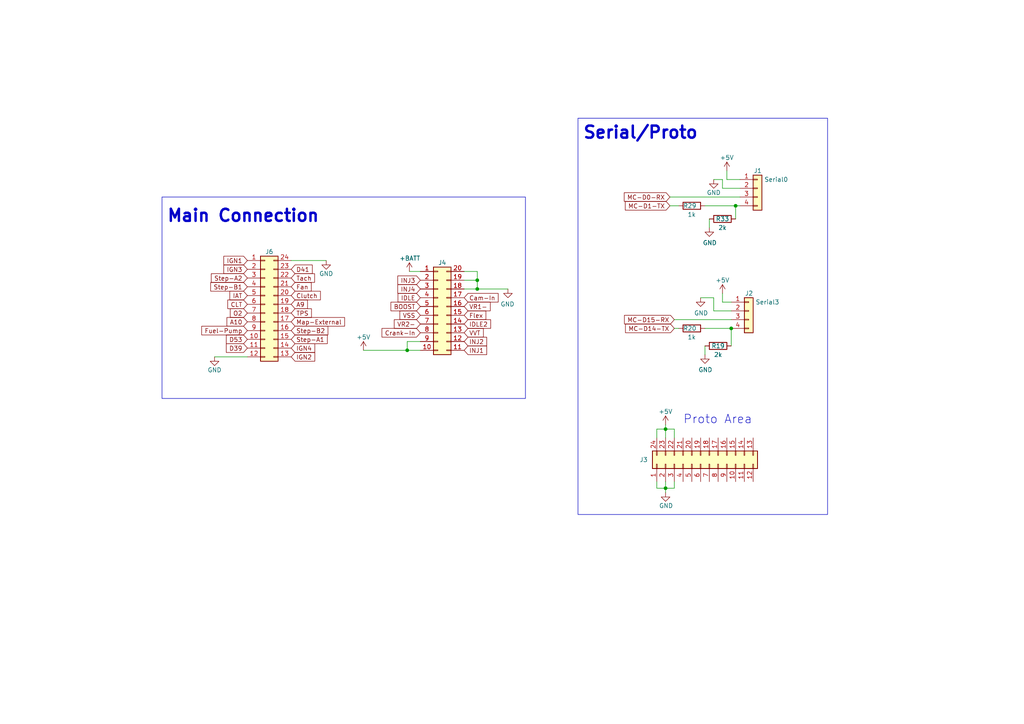
<source format=kicad_sch>
(kicad_sch (version 20231120) (generator "eeschema") (generator_version "8.0")
  (paper "A4")
  (title_block (title "Pre-Ignition X4") (date "2023-10-24") (rev "C") (company "DetonationEMS") (comment 1 "detonationems.com"))
  (lib_symbols
    (symbol "Conn_02x12_Counter_Clockwise_1" (pin_names (offset 1.016) hide)
      (property "Reference" "J" (at 1.27 15.24 0))
      (property "Value" "Conn_02x12_Counter_Clockwise_1" (at 1.27 -17.78 0))
      (symbol "Conn_02x12_Counter_Clockwise_1_1_1"
        (rectangle (start -1.27 -15.113) (end 0 -15.367) (stroke (width 0.1524)))
        (rectangle (start -1.27 -12.573) (end 0 -12.827) (stroke (width 0.1524)))
        (rectangle (start -1.27 -10.033) (end 0 -10.287) (stroke (width 0.1524)))
        (rectangle (start -1.27 -7.493) (end 0 -7.747) (stroke (width 0.1524)))
        (rectangle (start -1.27 -4.953) (end 0 -5.207) (stroke (width 0.1524)))
        (rectangle (start -1.27 -2.413) (end 0 -2.667) (stroke (width 0.1524)))
        (rectangle (start -1.27 0.127) (end 0 -0.127) (stroke (width 0.1524)))
        (rectangle (start -1.27 2.667) (end 0 2.413) (stroke (width 0.1524)))
        (rectangle (start -1.27 5.207) (end 0 4.953) (stroke (width 0.1524)))
        (rectangle (start -1.27 7.747) (end 0 7.493) (stroke (width 0.1524)))
        (rectangle (start -1.27 10.287) (end 0 10.033) (stroke (width 0.1524)))
        (rectangle (start -1.27 12.827) (end 0 12.573) (stroke (width 0.1524)))
        (rectangle (start -1.27 13.97) (end 3.81 -16.51) (stroke (width 0.254)) (fill (type background)))
        (rectangle (start 3.81 -15.113) (end 2.54 -15.367) (stroke (width 0.1524)))
        (rectangle (start 3.81 -12.573) (end 2.54 -12.827) (stroke (width 0.1524)))
        (rectangle (start 3.81 -10.033) (end 2.54 -10.287) (stroke (width 0.1524)))
        (rectangle (start 3.81 -7.493) (end 2.54 -7.747) (stroke (width 0.1524)))
        (rectangle (start 3.81 -4.953) (end 2.54 -5.207) (stroke (width 0.1524)))
        (rectangle (start 3.81 -2.413) (end 2.54 -2.667) (stroke (width 0.1524)))
        (rectangle (start 3.81 0.127) (end 2.54 -0.127) (stroke (width 0.1524)))
        (rectangle (start 3.81 2.667) (end 2.54 2.413) (stroke (width 0.1524)))
        (rectangle (start 3.81 5.207) (end 2.54 4.953) (stroke (width 0.1524)))
        (rectangle (start 3.81 7.747) (end 2.54 7.493) (stroke (width 0.1524)))
        (rectangle (start 3.81 10.287) (end 2.54 10.033) (stroke (width 0.1524)))
        (rectangle (start 3.81 12.827) (end 2.54 12.573) (stroke (width 0.1524)))
        (pin passive line (at -5.08 12.7 0) (length 3.81) (name "Pin_1") (number "1"))
        (pin passive line (at -5.08 -10.16 0) (length 3.81) (name "Pin_10") (number "10"))
        (pin passive line (at -5.08 -12.7 0) (length 3.81) (name "Pin_11") (number "11"))
        (pin passive line (at -5.08 -15.24 0) (length 3.81) (name "Pin_12") (number "12"))
        (pin passive line (at 7.62 -15.24 180) (length 3.81) (name "Pin_13") (number "13"))
        (pin passive line (at 7.62 -12.7 180) (length 3.81) (name "Pin_14") (number "14"))
        (pin passive line (at 7.62 -10.16 180) (length 3.81) (name "Pin_15") (number "15"))
        (pin passive line (at 7.62 -7.62 180) (length 3.81) (name "Pin_16") (number "16"))
        (pin passive line (at 7.62 -5.08 180) (length 3.81) (name "Pin_17") (number "17"))
        (pin passive line (at 7.62 -2.54 180) (length 3.81) (name "Pin_18") (number "18"))
        (pin passive line (at 7.62 0 180) (length 3.81) (name "Pin_19") (number "19"))
        (pin passive line (at -5.08 10.16 0) (length 3.81) (name "Pin_2") (number "2"))
        (pin passive line (at 7.62 2.54 180) (length 3.81) (name "Pin_20") (number "20"))
        (pin passive line (at 7.62 5.08 180) (length 3.81) (name "Pin_21") (number "21"))
        (pin passive line (at 7.62 7.62 180) (length 3.81) (name "Pin_22") (number "22"))
        (pin passive line (at 7.62 10.16 180) (length 3.81) (name "Pin_23") (number "23"))
        (pin passive line (at 7.62 12.7 180) (length 3.81) (name "Pin_24") (number "24"))
        (pin passive line (at -5.08 7.62 0) (length 3.81) (name "Pin_3") (number "3"))
        (pin passive line (at -5.08 5.08 0) (length 3.81) (name "Pin_4") (number "4"))
        (pin passive line (at -5.08 2.54 0) (length 3.81) (name "Pin_5") (number "5"))
        (pin passive line (at -5.08 0 0) (length 3.81) (name "Pin_6") (number "6"))
        (pin passive line (at -5.08 -2.54 0) (length 3.81) (name "Pin_7") (number "7"))
        (pin passive line (at -5.08 -5.08 0) (length 3.81) (name "Pin_8") (number "8"))
        (pin passive line (at -5.08 -7.62 0) (length 3.81) (name "Pin_9") (number "9"))
      )
    )
    (symbol "Connector_Generic:Conn_01x04" (pin_names (offset 1.016) hide)
      (property "Reference" "J" (at 0 5.08 0))
      (property "Value" "Conn_01x04" (at 0 -7.62 0))
      (symbol "Conn_01x04_1_1"
        (rectangle (start -1.27 -4.953) (end 0 -5.207) (stroke (width 0.1524)))
        (rectangle (start -1.27 -2.413) (end 0 -2.667) (stroke (width 0.1524)))
        (rectangle (start -1.27 0.127) (end 0 -0.127) (stroke (width 0.1524)))
        (rectangle (start -1.27 2.667) (end 0 2.413) (stroke (width 0.1524)))
        (rectangle (start -1.27 3.81) (end 1.27 -6.35) (stroke (width 0.254)) (fill (type background)))
        (pin passive line (at -5.08 2.54 0) (length 3.81) (name "Pin_1") (number "1"))
        (pin passive line (at -5.08 0 0) (length 3.81) (name "Pin_2") (number "2"))
        (pin passive line (at -5.08 -2.54 0) (length 3.81) (name "Pin_3") (number "3"))
        (pin passive line (at -5.08 -5.08 0) (length 3.81) (name "Pin_4") (number "4"))
      )
    )
    (symbol "Connector_Generic:Conn_02x10_Counter_Clockwise" (pin_names (offset 1.016) hide)
      (property "Reference" "J" (at 1.27 12.7 0))
      (property "Value" "Conn_02x10_Counter_Clockwise" (at 1.27 -15.24 0))
      (symbol "Conn_02x10_Counter_Clockwise_1_1"
        (rectangle (start -1.27 -12.573) (end 0 -12.827) (stroke (width 0.1524)))
        (rectangle (start -1.27 -10.033) (end 0 -10.287) (stroke (width 0.1524)))
        (rectangle (start -1.27 -7.493) (end 0 -7.747) (stroke (width 0.1524)))
        (rectangle (start -1.27 -4.953) (end 0 -5.207) (stroke (width 0.1524)))
        (rectangle (start -1.27 -2.413) (end 0 -2.667) (stroke (width 0.1524)))
        (rectangle (start -1.27 0.127) (end 0 -0.127) (stroke (width 0.1524)))
        (rectangle (start -1.27 2.667) (end 0 2.413) (stroke (width 0.1524)))
        (rectangle (start -1.27 5.207) (end 0 4.953) (stroke (width 0.1524)))
        (rectangle (start -1.27 7.747) (end 0 7.493) (stroke (width 0.1524)))
        (rectangle (start -1.27 10.287) (end 0 10.033) (stroke (width 0.1524)))
        (rectangle (start -1.27 11.43) (end 3.81 -13.97) (stroke (width 0.254)) (fill (type background)))
        (rectangle (start 3.81 -12.573) (end 2.54 -12.827) (stroke (width 0.1524)))
        (rectangle (start 3.81 -10.033) (end 2.54 -10.287) (stroke (width 0.1524)))
        (rectangle (start 3.81 -7.493) (end 2.54 -7.747) (stroke (width 0.1524)))
        (rectangle (start 3.81 -4.953) (end 2.54 -5.207) (stroke (width 0.1524)))
        (rectangle (start 3.81 -2.413) (end 2.54 -2.667) (stroke (width 0.1524)))
        (rectangle (start 3.81 0.127) (end 2.54 -0.127) (stroke (width 0.1524)))
        (rectangle (start 3.81 2.667) (end 2.54 2.413) (stroke (width 0.1524)))
        (rectangle (start 3.81 5.207) (end 2.54 4.953) (stroke (width 0.1524)))
        (rectangle (start 3.81 7.747) (end 2.54 7.493) (stroke (width 0.1524)))
        (rectangle (start 3.81 10.287) (end 2.54 10.033) (stroke (width 0.1524)))
        (pin passive line (at -5.08 10.16 0) (length 3.81) (name "Pin_1") (number "1"))
        (pin passive line (at -5.08 -12.7 0) (length 3.81) (name "Pin_10") (number "10"))
        (pin passive line (at 7.62 -12.7 180) (length 3.81) (name "Pin_11") (number "11"))
        (pin passive line (at 7.62 -10.16 180) (length 3.81) (name "Pin_12") (number "12"))
        (pin passive line (at 7.62 -7.62 180) (length 3.81) (name "Pin_13") (number "13"))
        (pin passive line (at 7.62 -5.08 180) (length 3.81) (name "Pin_14") (number "14"))
        (pin passive line (at 7.62 -2.54 180) (length 3.81) (name "Pin_15") (number "15"))
        (pin passive line (at 7.62 0 180) (length 3.81) (name "Pin_16") (number "16"))
        (pin passive line (at 7.62 2.54 180) (length 3.81) (name "Pin_17") (number "17"))
        (pin passive line (at 7.62 5.08 180) (length 3.81) (name "Pin_18") (number "18"))
        (pin passive line (at 7.62 7.62 180) (length 3.81) (name "Pin_19") (number "19"))
        (pin passive line (at -5.08 7.62 0) (length 3.81) (name "Pin_2") (number "2"))
        (pin passive line (at 7.62 10.16 180) (length 3.81) (name "Pin_20") (number "20"))
        (pin passive line (at -5.08 5.08 0) (length 3.81) (name "Pin_3") (number "3"))
        (pin passive line (at -5.08 2.54 0) (length 3.81) (name "Pin_4") (number "4"))
        (pin passive line (at -5.08 0 0) (length 3.81) (name "Pin_5") (number "5"))
        (pin passive line (at -5.08 -2.54 0) (length 3.81) (name "Pin_6") (number "6"))
        (pin passive line (at -5.08 -5.08 0) (length 3.81) (name "Pin_7") (number "7"))
        (pin passive line (at -5.08 -7.62 0) (length 3.81) (name "Pin_8") (number "8"))
        (pin passive line (at -5.08 -10.16 0) (length 3.81) (name "Pin_9") (number "9"))
      )
    )
    (symbol "Connector_Generic:Conn_02x12_Counter_Clockwise" (pin_names (offset 1.016) hide)
      (property "Reference" "J" (at 1.27 15.24 0))
      (property "Value" "Conn_02x12_Counter_Clockwise" (at 1.27 -17.78 0))
      (symbol "Conn_02x12_Counter_Clockwise_1_1"
        (rectangle (start -1.27 -15.113) (end 0 -15.367) (stroke (width 0.1524)))
        (rectangle (start -1.27 -12.573) (end 0 -12.827) (stroke (width 0.1524)))
        (rectangle (start -1.27 -10.033) (end 0 -10.287) (stroke (width 0.1524)))
        (rectangle (start -1.27 -7.493) (end 0 -7.747) (stroke (width 0.1524)))
        (rectangle (start -1.27 -4.953) (end 0 -5.207) (stroke (width 0.1524)))
        (rectangle (start -1.27 -2.413) (end 0 -2.667) (stroke (width 0.1524)))
        (rectangle (start -1.27 0.127) (end 0 -0.127) (stroke (width 0.1524)))
        (rectangle (start -1.27 2.667) (end 0 2.413) (stroke (width 0.1524)))
        (rectangle (start -1.27 5.207) (end 0 4.953) (stroke (width 0.1524)))
        (rectangle (start -1.27 7.747) (end 0 7.493) (stroke (width 0.1524)))
        (rectangle (start -1.27 10.287) (end 0 10.033) (stroke (width 0.1524)))
        (rectangle (start -1.27 12.827) (end 0 12.573) (stroke (width 0.1524)))
        (rectangle (start -1.27 13.97) (end 3.81 -16.51) (stroke (width 0.254)) (fill (type background)))
        (rectangle (start 3.81 -15.113) (end 2.54 -15.367) (stroke (width 0.1524)))
        (rectangle (start 3.81 -12.573) (end 2.54 -12.827) (stroke (width 0.1524)))
        (rectangle (start 3.81 -10.033) (end 2.54 -10.287) (stroke (width 0.1524)))
        (rectangle (start 3.81 -7.493) (end 2.54 -7.747) (stroke (width 0.1524)))
        (rectangle (start 3.81 -4.953) (end 2.54 -5.207) (stroke (width 0.1524)))
        (rectangle (start 3.81 -2.413) (end 2.54 -2.667) (stroke (width 0.1524)))
        (rectangle (start 3.81 0.127) (end 2.54 -0.127) (stroke (width 0.1524)))
        (rectangle (start 3.81 2.667) (end 2.54 2.413) (stroke (width 0.1524)))
        (rectangle (start 3.81 5.207) (end 2.54 4.953) (stroke (width 0.1524)))
        (rectangle (start 3.81 7.747) (end 2.54 7.493) (stroke (width 0.1524)))
        (rectangle (start 3.81 10.287) (end 2.54 10.033) (stroke (width 0.1524)))
        (rectangle (start 3.81 12.827) (end 2.54 12.573) (stroke (width 0.1524)))
        (pin passive line (at -5.08 12.7 0) (length 3.81) (name "Pin_1") (number "1"))
        (pin passive line (at -5.08 -10.16 0) (length 3.81) (name "Pin_10") (number "10"))
        (pin passive line (at -5.08 -12.7 0) (length 3.81) (name "Pin_11") (number "11"))
        (pin passive line (at -5.08 -15.24 0) (length 3.81) (name "Pin_12") (number "12"))
        (pin passive line (at 7.62 -15.24 180) (length 3.81) (name "Pin_13") (number "13"))
        (pin passive line (at 7.62 -12.7 180) (length 3.81) (name "Pin_14") (number "14"))
        (pin passive line (at 7.62 -10.16 180) (length 3.81) (name "Pin_15") (number "15"))
        (pin passive line (at 7.62 -7.62 180) (length 3.81) (name "Pin_16") (number "16"))
        (pin passive line (at 7.62 -5.08 180) (length 3.81) (name "Pin_17") (number "17"))
        (pin passive line (at 7.62 -2.54 180) (length 3.81) (name "Pin_18") (number "18"))
        (pin passive line (at 7.62 0 180) (length 3.81) (name "Pin_19") (number "19"))
        (pin passive line (at -5.08 10.16 0) (length 3.81) (name "Pin_2") (number "2"))
        (pin passive line (at 7.62 2.54 180) (length 3.81) (name "Pin_20") (number "20"))
        (pin passive line (at 7.62 5.08 180) (length 3.81) (name "Pin_21") (number "21"))
        (pin passive line (at 7.62 7.62 180) (length 3.81) (name "Pin_22") (number "22"))
        (pin passive line (at 7.62 10.16 180) (length 3.81) (name "Pin_23") (number "23"))
        (pin passive line (at 7.62 12.7 180) (length 3.81) (name "Pin_24") (number "24"))
        (pin passive line (at -5.08 7.62 0) (length 3.81) (name "Pin_3") (number "3"))
        (pin passive line (at -5.08 5.08 0) (length 3.81) (name "Pin_4") (number "4"))
        (pin passive line (at -5.08 2.54 0) (length 3.81) (name "Pin_5") (number "5"))
        (pin passive line (at -5.08 0 0) (length 3.81) (name "Pin_6") (number "6"))
        (pin passive line (at -5.08 -2.54 0) (length 3.81) (name "Pin_7") (number "7"))
        (pin passive line (at -5.08 -5.08 0) (length 3.81) (name "Pin_8") (number "8"))
        (pin passive line (at -5.08 -7.62 0) (length 3.81) (name "Pin_9") (number "9"))
      )
    )
    (symbol "Device:R" (pin_numbers hide) (pin_names (offset 0))
      (property "Reference" "R" (at 2.032 0 90))
      (property "Value" "R" (at 0 0 90))
      (symbol "R_0_1"
        (rectangle (start -1.016 -2.54) (end 1.016 2.54) (stroke (width 0.254)))
      )
      (symbol "R_1_1"
        (pin passive line (at 0 3.81 270) (length 1.27) (name "~") (number "1"))
        (pin passive line (at 0 -3.81 90) (length 1.27) (name "~") (number "2"))
      )
    )
    (symbol "power:+5V" (power) (pin_names (offset 0))
      (property "Value" "+5V" (at 0 3.556 0))
      (symbol "+5V_0_1"
        (polyline (pts (xy -0.762 1.27) (xy 0 2.54)))
        (polyline (pts (xy 0 0) (xy 0 2.54)))
        (polyline (pts (xy 0 2.54) (xy 0.762 1.27)))
      )
      (symbol "+5V_1_1"
        (pin power_in line (at 0 0 90) (length 0) hide (name "+5V") (number "1"))
      )
    )
    (symbol "power:+BATT" (power) (pin_names (offset 0))
      (property "Value" "+BATT" (at 0 3.556 0))
      (symbol "+BATT_0_1"
        (polyline (pts (xy -0.762 1.27) (xy 0 2.54)))
        (polyline (pts (xy 0 0) (xy 0 2.54)))
        (polyline (pts (xy 0 2.54) (xy 0.762 1.27)))
      )
      (symbol "+BATT_1_1"
        (pin power_in line (at 0 0 90) (length 0) hide (name "+BATT") (number "1"))
      )
    )
    (symbol "power:GND" (power) (pin_names (offset 0))
      (property "Value" "GND" (at 0 -3.81 0))
      (symbol "GND_0_1"
        (polyline (pts (xy 0 0) (xy 0 -1.27) (xy 1.27 -1.27) (xy 0 -2.54) (xy -1.27 -1.27) (xy 0 -1.27)))
      )
      (symbol "GND_1_1"
        (pin power_in line (at 0 0 270) (length 0) hide (name "GND") (number "1"))
      )
    )
  )
  (junction (at 118.11 101.6))
  (junction (at 193.04 124.46))
  (junction (at 213.36 59.69))
  (junction (at 138.43 81.28))
  (junction (at 138.43 83.82))
  (junction (at 193.04 141.605))
  (junction (at 212.09 95.25))
  (wire (pts (xy 190.5 124.46) (xy 193.04 124.46)))
  (wire (pts (xy 205.74 66.04) (xy 205.74 63.5)))
  (wire (pts (xy 134.62 81.28) (xy 138.43 81.28)))
  (wire (pts (xy 203.2 86.36) (xy 207.01 86.36)))
  (wire (pts (xy 190.5 127) (xy 190.5 124.46)))
  (wire (pts (xy 94.615 75.565) (xy 84.455 75.565)))
  (wire (pts (xy 118.745 78.74) (xy 121.92 78.74)))
  (wire (pts (xy 190.5 141.605) (xy 193.04 141.605)))
  (wire (pts (xy 138.43 83.82) (xy 138.43 81.28)))
  (wire (pts (xy 134.62 78.74) (xy 138.43 78.74)))
  (wire (pts (xy 209.55 52.07) (xy 209.55 54.61)))
  (wire (pts (xy 204.47 102.87) (xy 204.47 100.33)))
  (wire (pts (xy 134.62 83.82) (xy 138.43 83.82)))
  (wire (pts (xy 195.58 141.605) (xy 193.04 141.605)))
  (wire (pts (xy 118.11 101.6) (xy 121.92 101.6)))
  (wire (pts (xy 195.58 124.46) (xy 193.04 124.46)))
  (wire (pts (xy 209.55 87.63) (xy 212.09 87.63)))
  (wire (pts (xy 195.58 127) (xy 195.58 124.46)))
  (wire (pts (xy 195.58 95.25) (xy 196.85 95.25)))
  (wire (pts (xy 207.01 86.36) (xy 207.01 90.17)))
  (wire (pts (xy 193.04 123.19) (xy 193.04 124.46)))
  (wire (pts (xy 118.11 99.06) (xy 121.92 99.06)))
  (wire (pts (xy 194.31 59.69) (xy 196.85 59.69)))
  (wire (pts (xy 204.47 95.25) (xy 212.09 95.25)))
  (wire (pts (xy 214.63 52.07) (xy 210.82 52.07)))
  (wire (pts (xy 118.11 101.6) (xy 118.11 99.06)))
  (wire (pts (xy 209.55 54.61) (xy 214.63 54.61)))
  (wire (pts (xy 193.04 142.875) (xy 193.04 141.605)))
  (wire (pts (xy 210.82 52.07) (xy 210.82 49.53)))
  (wire (pts (xy 213.36 59.69) (xy 213.36 63.5)))
  (wire (pts (xy 212.09 95.25) (xy 212.09 100.33)))
  (wire (pts (xy 214.63 57.15) (xy 194.31 57.15)))
  (wire (pts (xy 209.55 52.07) (xy 207.01 52.07)))
  (wire (pts (xy 138.43 83.82) (xy 147.32 83.82)))
  (wire (pts (xy 62.23 103.505) (xy 71.755 103.505)))
  (wire (pts (xy 207.01 90.17) (xy 212.09 90.17)))
  (wire (pts (xy 195.58 139.7) (xy 195.58 141.605)))
  (wire (pts (xy 193.04 124.46) (xy 193.04 127)))
  (wire (pts (xy 204.47 59.69) (xy 213.36 59.69)))
  (wire (pts (xy 213.36 59.69) (xy 214.63 59.69)))
  (wire (pts (xy 193.04 141.605) (xy 193.04 139.7)))
  (wire (pts (xy 105.41 101.6) (xy 118.11 101.6)))
  (wire (pts (xy 209.55 85.09) (xy 209.55 87.63)))
  (wire (pts (xy 212.09 92.71) (xy 195.58 92.71)))
  (wire (pts (xy 190.5 139.7) (xy 190.5 141.605)))
  (wire (pts (xy 138.43 81.28) (xy 138.43 78.74)))
  (rectangle (start 167.64 34.29) (end 240.03 149.225))
  (rectangle (start 46.99 57.15) (end 152.4 115.57))
  (text "Proto Area" (at 198.12 123.19 0) (effects (font (size 2.4892 2.4892)) (justify left bottom)))
  (text "Serial/Proto" (at 168.91 40.64 0) (effects (font (size 3.5 3.5) (thickness 0.7) (bold yes)) (justify left bottom)))
  (text "Main Connection" (at 48.26 64.77 0) (effects (font (size 3.5 3.5) (thickness 0.7) (bold yes)) (justify left bottom)))
  (global_label "INJ3" (shape input) (at 121.92 81.28 180) (property "Intersheetrefs" "${INTERSHEET_REFS}" (effects (hide yes))))
  (global_label "IDLE2" (shape input) (at 134.62 93.98 0) (property "Intersheetrefs" "${INTERSHEET_REFS}" (effects (hide yes))))
  (global_label "Fuel-Pump" (shape input) (at 71.755 95.885 180) (property "Intersheetrefs" "${INTERSHEET_REFS}" (effects (hide yes))))
  (global_label "Crank-In" (shape input) (at 121.92 96.52 180) (property "Intersheetrefs" "${INTERSHEET_REFS}" (effects (hide yes))))
  (global_label "VVT" (shape input) (at 134.62 96.52 0) (property "Intersheetrefs" "${INTERSHEET_REFS}" (effects (hide yes))))
  (global_label "INJ1" (shape input) (at 134.62 101.6 0) (property "Intersheetrefs" "${INTERSHEET_REFS}" (effects (hide yes))))
  (global_label "VR1-" (shape input) (at 134.62 88.9 0) (property "Intersheetrefs" "${INTERSHEET_REFS}" (effects (hide yes))))
  (global_label "INJ2" (shape input) (at 134.62 99.06 0) (property "Intersheetrefs" "${INTERSHEET_REFS}" (effects (hide yes))))
  (global_label "Clutch" (shape input) (at 84.455 85.725 0) (property "Intersheetrefs" "${INTERSHEET_REFS}" (effects (hide yes))))
  (global_label "D39" (shape input) (at 71.755 100.965 180) (property "Intersheetrefs" "${INTERSHEET_REFS}" (effects (hide yes))))
  (global_label "MC-D0-RX" (shape input) (at 194.31 57.15 180) (property "Intersheetrefs" "${INTERSHEET_REFS}" (effects (hide yes))))
  (global_label "IGN4" (shape input) (at 84.455 100.965 0) (property "Intersheetrefs" "${INTERSHEET_REFS}" (effects (hide yes))))
  (global_label "A9" (shape input) (at 84.455 88.265 0) (property "Intersheetrefs" "${INTERSHEET_REFS}" (effects (hide yes))))
  (global_label "IDLE" (shape input) (at 121.92 86.36 180) (property "Intersheetrefs" "${INTERSHEET_REFS}" (effects (hide yes))))
  (global_label "Tach" (shape input) (at 84.455 80.645 0) (property "Intersheetrefs" "${INTERSHEET_REFS}" (effects (hide yes))))
  (global_label "CLT" (shape input) (at 71.755 88.265 180) (property "Intersheetrefs" "${INTERSHEET_REFS}" (effects (hide yes))))
  (global_label "MC-D14-TX" (shape input) (at 195.58 95.25 180) (property "Intersheetrefs" "${INTERSHEET_REFS}" (effects (hide yes))))
  (global_label "D53" (shape input) (at 71.755 98.425 180) (property "Intersheetrefs" "${INTERSHEET_REFS}" (effects (hide yes))))
  (global_label "TPS" (shape input) (at 84.455 90.805 0) (property "Intersheetrefs" "${INTERSHEET_REFS}" (effects (hide yes))))
  (global_label "IGN3" (shape input) (at 71.755 78.105 180) (property "Intersheetrefs" "${INTERSHEET_REFS}" (effects (hide yes))))
  (global_label "Step-A1" (shape input) (at 84.455 98.425 0) (property "Intersheetrefs" "${INTERSHEET_REFS}" (effects (hide yes))))
  (global_label "INJ4" (shape input) (at 121.92 83.82 180) (property "Intersheetrefs" "${INTERSHEET_REFS}" (effects (hide yes))))
  (global_label "Cam-In" (shape input) (at 134.62 86.36 0) (property "Intersheetrefs" "${INTERSHEET_REFS}" (effects (hide yes))))
  (global_label "Flex" (shape input) (at 134.62 91.44 0) (property "Intersheetrefs" "${INTERSHEET_REFS}" (effects (hide yes))))
  (global_label "VSS" (shape input) (at 121.92 91.44 180) (property "Intersheetrefs" "${INTERSHEET_REFS}" (effects (hide yes))))
  (global_label "Step-B1" (shape input) (at 71.755 83.185 180) (property "Intersheetrefs" "${INTERSHEET_REFS}" (effects (hide yes))))
  (global_label "VR2-" (shape input) (at 121.92 93.98 180) (property "Intersheetrefs" "${INTERSHEET_REFS}" (effects (hide yes))))
  (global_label "IAT" (shape input) (at 71.755 85.725 180) (property "Intersheetrefs" "${INTERSHEET_REFS}" (effects (hide yes))))
  (global_label "O2" (shape input) (at 71.755 90.805 180) (property "Intersheetrefs" "${INTERSHEET_REFS}" (effects (hide yes))))
  (global_label "A10" (shape input) (at 71.755 93.345 180) (property "Intersheetrefs" "${INTERSHEET_REFS}" (effects (hide yes))))
  (global_label "Step-B2" (shape input) (at 84.455 95.885 0) (property "Intersheetrefs" "${INTERSHEET_REFS}" (effects (hide yes))))
  (global_label "MC-D1-TX" (shape input) (at 194.31 59.69 180) (property "Intersheetrefs" "${INTERSHEET_REFS}" (effects (hide yes))))
  (global_label "MC-D15-RX" (shape input) (at 195.58 92.71 180) (property "Intersheetrefs" "${INTERSHEET_REFS}" (effects (hide yes))))
  (global_label "D41" (shape input) (at 84.455 78.105 0) (property "Intersheetrefs" "${INTERSHEET_REFS}" (effects (hide yes))))
  (global_label "Step-A2" (shape input) (at 71.755 80.645 180) (property "Intersheetrefs" "${INTERSHEET_REFS}" (effects (hide yes))))
  (global_label "IGN1" (shape input) (at 71.755 75.565 180) (property "Intersheetrefs" "${INTERSHEET_REFS}" (effects (hide yes))))
  (global_label "Fan" (shape input) (at 84.455 83.185 0) (property "Intersheetrefs" "${INTERSHEET_REFS}" (effects (hide yes))))
  (global_label "BOOST" (shape input) (at 121.92 88.9 180) (property "Intersheetrefs" "${INTERSHEET_REFS}" (effects (hide yes))))
  (global_label "IGN2" (shape input) (at 84.455 103.505 0) (property "Intersheetrefs" "${INTERSHEET_REFS}" (effects (hide yes))))
  (global_label "Map-External" (shape input) (at 84.455 93.345 0) (property "Intersheetrefs" "${INTERSHEET_REFS}" (effects (hide yes))))
  (symbol (lib_id "Connector_Generic:Conn_02x12_Counter_Clockwise") (at 76.835 88.265 0) (unit 1) (in_bom no)
    (property "Reference" "J6" (at 78.105 73.025 0))
    (property "Value" "Conn_02x12_Counter_Clockwise" (effects (hide yes)))
    (property "Footprint" "Detonation:Molex_Micro-Fit_3.0_43045-2400_2x12_P3.00mm_Horizontal" (effects (hide yes)))
  )
  (symbol (lib_id "power:GND") (at 94.615 75.565 0) (mirror y) (unit 1)
    (property "Reference" "#PWR0166" (effects (hide yes)))
    (property "Value" "GND" (at 94.615 79.375 0))
  )
  (symbol (lib_id "power:GND") (at 62.23 103.505 0) (mirror y) (unit 1)
    (property "Reference" "#PWR0167" (effects (hide yes)))
    (property "Value" "GND" (at 62.23 107.315 0))
  )
  (symbol (lib_id "power:+BATT") (at 118.745 78.74 0) (mirror y) (unit 1)
    (property "Reference" "#PWR0169" (effects (hide yes)))
    (property "Value" "+BATT" (at 121.92 74.93 0) (effects (justify left)))
  )
  (symbol (lib_id "power:GND") (at 147.32 83.82 0) (mirror y) (unit 1)
    (property "Reference" "#PWR0170" (effects (hide yes)))
    (property "Value" "GND" (at 147.193 88.2142 0))
  )
  (symbol (lib_id "Connector_Generic:Conn_02x10_Counter_Clockwise") (at 127 88.9 0) (unit 1) (in_bom no)
    (property "Reference" "J4" (at 128.27 76.2 0))
    (property "Value" "Conn_02x10_Counter_Clockwise" (effects (hide yes)))
    (property "Footprint" "Detonation:Molex_Micro-Fit_3.0_43045-2000_2x10_P3.00mm_Horizontal" (effects (hide yes)))
  )
  (symbol (lib_id "power:GND") (at 205.74 66.04 0) (unit 1)
    (property "Reference" "#PWR0152" (effects (hide yes)))
    (property "Value" "GND" (at 205.867 70.4342 0))
  )
  (symbol (lib_id "power:GND") (at 193.04 142.875 0) (mirror y) (unit 1)
    (property "Reference" "#PWR0101" (effects (hide yes)))
    (property "Value" "GND" (at 191.135 146.685 0) (effects (justify right)))
  )
  (symbol (lib_id "power:+5V") (at 193.04 123.19 0) (unit 1)
    (property "Reference" "#PWR017" (effects (hide yes)))
    (property "Value" "+5V" (at 193.04 119.38 0))
  )
  (symbol (lib_id "power:+5V") (at 105.41 101.6 0) (unit 1)
    (property "Reference" "#PWR01" (effects (hide yes)))
    (property "Value" "+5V" (at 105.41 97.79 0))
  )
  (symbol (lib_id "Device:R") (at 208.28 100.33 90) (unit 1)
    (property "Reference" "R19" (at 208.28 100.33 90))
    (property "Value" "2k" (at 208.28 102.87 90))
    (property "Footprint" "Resistor_SMD:R_0603_1608Metric" (effects (hide yes)))
    (property "LCSC" "C22975" (effects (hide yes)))
  )
  (symbol (lib_id "power:+5V") (at 209.55 85.09 0) (unit 1)
    (property "Reference" "#PWR015" (effects (hide yes)))
    (property "Value" "+5V" (at 209.55 81.28 0))
  )
  (symbol (lib_id "Connector_Generic:Conn_01x04") (at 217.17 90.17 0) (unit 1) (in_bom no)
    (property "Reference" "J2" (at 218.44 85.09 0) (effects (justify right)))
    (property "Value" "Serial3" (at 226.06 87.63 0) (effects (justify right)))
    (property "Footprint" "Detonation:1X4-PROTO" (effects (hide yes)))
  )
  (symbol (lib_id "power:GND") (at 204.47 102.87 0) (unit 1)
    (property "Reference" "#PWR0111" (effects (hide yes)))
    (property "Value" "GND" (at 204.597 107.2642 0))
  )
  (symbol (lib_id "Connector_Generic:Conn_01x04") (at 219.71 54.61 0) (unit 1) (in_bom no)
    (property "Reference" "J1" (at 220.98 49.53 0) (effects (justify right)))
    (property "Value" "Serial0" (at 228.6 52.07 0) (effects (justify right)))
    (property "Footprint" "Detonation:1X4-PROTO" (effects (hide yes)))
  )
  (symbol (lib_id "Device:R") (at 200.66 59.69 270) (unit 1)
    (property "Reference" "R29" (at 198.12 59.69 90) (effects (justify left)))
    (property "Value" "1k" (at 199.39 62.23 90) (effects (justify left)))
    (property "Footprint" "Resistor_SMD:R_0603_1608Metric" (effects (hide yes)))
    (property "LCSC" "C21190" (effects (hide yes)))
  )
  (symbol (lib_id "power:+5V") (at 210.82 49.53 0) (unit 1)
    (property "Reference" "#PWR018" (effects (hide yes)))
    (property "Value" "+5V" (at 210.82 45.72 0))
  )
  (symbol (lib_id "power:GND") (at 207.01 52.07 0) (unit 1)
    (property "Reference" "#PWR0108" (effects (hide yes)))
    (property "Value" "GND" (at 207.01 55.88 0))
  )
  (symbol (lib_id "Device:R") (at 200.66 95.25 270) (unit 1)
    (property "Reference" "R20" (at 198.12 95.25 90) (effects (justify left)))
    (property "Value" "1k" (at 199.39 97.79 90) (effects (justify left)))
    (property "Footprint" "Resistor_SMD:R_0603_1608Metric" (effects (hide yes)))
    (property "LCSC" "C21190" (effects (hide yes)))
  )
  (symbol (lib_id "power:GND") (at 203.2 86.36 0) (mirror y) (unit 1)
    (property "Reference" "#PWR0146" (effects (hide yes)))
    (property "Value" "GND" (at 201.295 90.805 0) (effects (justify right)))
  )
  (symbol (lib_name "Conn_02x12_Counter_Clockwise_1") (lib_id "Connector_Generic:Conn_02x12_Counter_Clockwise") (at 203.2 134.62 90) (unit 1)
    (property "Reference" "J3" (at 186.69 133.35 90))
    (property "Value" "Conn_02x12_Counter_Clockwise" (effects (hide yes)))
    (property "Footprint" "Detonation:PROTO-3X8-24pin" (effects (hide yes)))
  )
  (symbol (lib_id "Device:R") (at 209.55 63.5 90) (unit 1)
    (property "Reference" "R33" (at 209.55 63.5 90))
    (property "Value" "2k" (at 209.55 66.04 90))
    (property "Footprint" "Resistor_SMD:R_0603_1608Metric" (effects (hide yes)))
    (property "LCSC" "C22975" (effects (hide yes)))
  )
)
</source>
